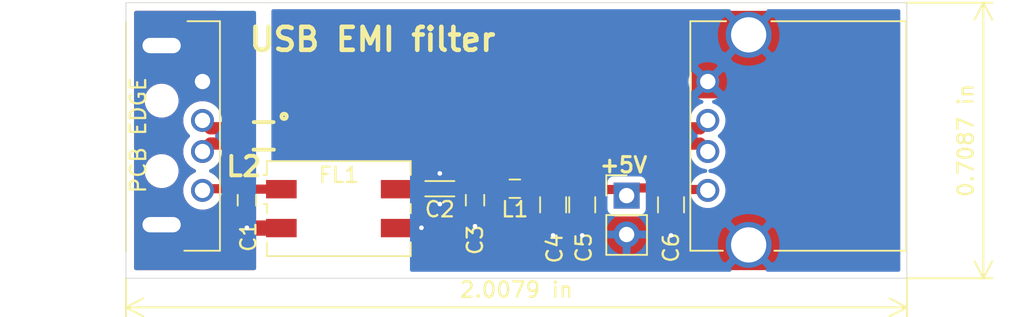
<source format=kicad_pcb>
(kicad_pcb (version 20171130) (host pcbnew "(5.1.0-11-g23086decc)")

  (general
    (thickness 1.6)
    (drawings 8)
    (tracks 49)
    (zones 0)
    (modules 12)
    (nets 10)
  )

  (page A4)
  (layers
    (0 F.Cu signal)
    (31 B.Cu signal)
    (32 B.Adhes user)
    (33 F.Adhes user)
    (34 B.Paste user)
    (35 F.Paste user)
    (36 B.SilkS user)
    (37 F.SilkS user)
    (38 B.Mask user)
    (39 F.Mask user)
    (40 Dwgs.User user)
    (41 Cmts.User user)
    (42 Eco1.User user)
    (43 Eco2.User user)
    (44 Edge.Cuts user)
    (45 Margin user)
    (46 B.CrtYd user)
    (47 F.CrtYd user)
    (48 B.Fab user)
    (49 F.Fab user hide)
  )

  (setup
    (last_trace_width 0.3)
    (user_trace_width 0.4)
    (user_trace_width 0.6)
    (user_trace_width 1)
    (trace_clearance 0.2)
    (zone_clearance 0.4)
    (zone_45_only no)
    (trace_min 0.2)
    (via_size 0.6)
    (via_drill 0.3)
    (via_min_size 0.6)
    (via_min_drill 0.3)
    (uvia_size 0.3)
    (uvia_drill 0.1)
    (uvias_allowed no)
    (uvia_min_size 0.2)
    (uvia_min_drill 0.1)
    (edge_width 0.05)
    (segment_width 0.2)
    (pcb_text_width 0.3)
    (pcb_text_size 1.5 1.5)
    (mod_edge_width 0.12)
    (mod_text_size 1 1)
    (mod_text_width 0.15)
    (pad_size 1.524 1.524)
    (pad_drill 0.762)
    (pad_to_mask_clearance 0.051)
    (solder_mask_min_width 0.25)
    (aux_axis_origin 0 0)
    (visible_elements 7FFFEFFF)
    (pcbplotparams
      (layerselection 0x010fc_ffffffff)
      (usegerberextensions false)
      (usegerberattributes false)
      (usegerberadvancedattributes false)
      (creategerberjobfile false)
      (excludeedgelayer true)
      (linewidth 0.100000)
      (plotframeref false)
      (viasonmask false)
      (mode 1)
      (useauxorigin false)
      (hpglpennumber 1)
      (hpglpenspeed 20)
      (hpglpendiameter 15.000000)
      (psnegative false)
      (psa4output false)
      (plotreference true)
      (plotvalue true)
      (plotinvisibletext false)
      (padsonsilk false)
      (subtractmaskfromsilk false)
      (outputformat 1)
      (mirror false)
      (drillshape 1)
      (scaleselection 1)
      (outputdirectory ""))
  )

  (net 0 "")
  (net 1 GND)
  (net 2 "Net-(C1-Pad1)")
  (net 3 "Net-(C2-Pad3)")
  (net 4 "Net-(C2-Pad1)")
  (net 5 /Vout)
  (net 6 /D+)
  (net 7 /D-)
  (net 8 /Do+)
  (net 9 /Do-)

  (net_class Default "This is the default net class."
    (clearance 0.2)
    (trace_width 0.3)
    (via_dia 0.6)
    (via_drill 0.3)
    (uvia_dia 0.3)
    (uvia_drill 0.1)
    (diff_pair_width 0.8)
    (diff_pair_gap 0.2)
    (add_net /D+)
    (add_net /D-)
    (add_net /Do+)
    (add_net /Do-)
    (add_net /Vout)
    (add_net GND)
    (add_net "Net-(C1-Pad1)")
    (add_net "Net-(C2-Pad1)")
    (add_net "Net-(C2-Pad3)")
  )

  (module Pin_Headers:Pin_Header_Straight_1x02_Pitch2.54mm (layer F.Cu) (tedit 59650532) (tstamp 5CAA57EA)
    (at 158.7 121.1)
    (descr "Through hole straight pin header, 1x02, 2.54mm pitch, single row")
    (tags "Through hole pin header THT 1x02 2.54mm single row")
    (path /5CADCFC8)
    (fp_text reference J3 (at 0 -2.33) (layer F.SilkS) hide
      (effects (font (size 1 1) (thickness 0.15)))
    )
    (fp_text value CONN_01X02 (at 0 4.87) (layer F.Fab)
      (effects (font (size 1 1) (thickness 0.15)))
    )
    (fp_line (start -0.635 -1.27) (end 1.27 -1.27) (layer F.Fab) (width 0.1))
    (fp_line (start 1.27 -1.27) (end 1.27 3.81) (layer F.Fab) (width 0.1))
    (fp_line (start 1.27 3.81) (end -1.27 3.81) (layer F.Fab) (width 0.1))
    (fp_line (start -1.27 3.81) (end -1.27 -0.635) (layer F.Fab) (width 0.1))
    (fp_line (start -1.27 -0.635) (end -0.635 -1.27) (layer F.Fab) (width 0.1))
    (fp_line (start -1.33 3.87) (end 1.33 3.87) (layer F.SilkS) (width 0.12))
    (fp_line (start -1.33 1.27) (end -1.33 3.87) (layer F.SilkS) (width 0.12))
    (fp_line (start 1.33 1.27) (end 1.33 3.87) (layer F.SilkS) (width 0.12))
    (fp_line (start -1.33 1.27) (end 1.33 1.27) (layer F.SilkS) (width 0.12))
    (fp_line (start -1.33 0) (end -1.33 -1.33) (layer F.SilkS) (width 0.12))
    (fp_line (start -1.33 -1.33) (end 0 -1.33) (layer F.SilkS) (width 0.12))
    (fp_line (start -1.8 -1.8) (end -1.8 4.35) (layer F.CrtYd) (width 0.05))
    (fp_line (start -1.8 4.35) (end 1.8 4.35) (layer F.CrtYd) (width 0.05))
    (fp_line (start 1.8 4.35) (end 1.8 -1.8) (layer F.CrtYd) (width 0.05))
    (fp_line (start 1.8 -1.8) (end -1.8 -1.8) (layer F.CrtYd) (width 0.05))
    (fp_text user %R (at 0 1.27 90) (layer F.Fab)
      (effects (font (size 1 1) (thickness 0.15)))
    )
    (pad 1 thru_hole rect (at 0 0) (size 1.7 1.7) (drill 1) (layers *.Cu *.Mask)
      (net 5 /Vout))
    (pad 2 thru_hole oval (at 0 2.54) (size 1.7 1.7) (drill 1) (layers *.Cu *.Mask)
      (net 1 GND))
    (model ${KISYS3DMOD}/Pin_Headers.3dshapes/Pin_Header_Straight_1x02_Pitch2.54mm.wrl
      (at (xyz 0 0 0))
      (scale (xyz 1 1 1))
      (rotate (xyz 0 0 0))
    )
  )

  (module Capacitors_SMD:C_0805 (layer F.Cu) (tedit 58AA8463) (tstamp 5CAA4F3B)
    (at 161.6 121.7 270)
    (descr "Capacitor SMD 0805, reflow soldering, AVX (see smccp.pdf)")
    (tags "capacitor 0805")
    (path /5CAD7D6D)
    (attr smd)
    (fp_text reference C6 (at 2.8 0 270) (layer F.SilkS)
      (effects (font (size 1 1) (thickness 0.15)))
    )
    (fp_text value dbp (at 0 1.75 270) (layer F.Fab)
      (effects (font (size 1 1) (thickness 0.15)))
    )
    (fp_text user %R (at 0 -1.5 270) (layer F.Fab)
      (effects (font (size 1 1) (thickness 0.15)))
    )
    (fp_line (start -1 0.62) (end -1 -0.62) (layer F.Fab) (width 0.1))
    (fp_line (start 1 0.62) (end -1 0.62) (layer F.Fab) (width 0.1))
    (fp_line (start 1 -0.62) (end 1 0.62) (layer F.Fab) (width 0.1))
    (fp_line (start -1 -0.62) (end 1 -0.62) (layer F.Fab) (width 0.1))
    (fp_line (start 0.5 -0.85) (end -0.5 -0.85) (layer F.SilkS) (width 0.12))
    (fp_line (start -0.5 0.85) (end 0.5 0.85) (layer F.SilkS) (width 0.12))
    (fp_line (start -1.75 -0.88) (end 1.75 -0.88) (layer F.CrtYd) (width 0.05))
    (fp_line (start -1.75 -0.88) (end -1.75 0.87) (layer F.CrtYd) (width 0.05))
    (fp_line (start 1.75 0.87) (end 1.75 -0.88) (layer F.CrtYd) (width 0.05))
    (fp_line (start 1.75 0.87) (end -1.75 0.87) (layer F.CrtYd) (width 0.05))
    (pad 1 smd rect (at -1 0 270) (size 1 1.25) (layers F.Cu F.Paste F.Mask)
      (net 5 /Vout))
    (pad 2 smd rect (at 1 0 270) (size 1 1.25) (layers F.Cu F.Paste F.Mask)
      (net 1 GND))
    (model Capacitors_SMD.3dshapes/C_0805.wrl
      (at (xyz 0 0 0))
      (scale (xyz 1 1 1))
      (rotate (xyz 0 0 0))
    )
  )

  (module Capacitors_SMD:C_0805 (layer F.Cu) (tedit 58AA8463) (tstamp 5CAA4F38)
    (at 155.8 121.7 270)
    (descr "Capacitor SMD 0805, reflow soldering, AVX (see smccp.pdf)")
    (tags "capacitor 0805")
    (path /5CAD770C)
    (attr smd)
    (fp_text reference C5 (at 2.8 -0.1 270) (layer F.SilkS)
      (effects (font (size 1 1) (thickness 0.15)))
    )
    (fp_text value dnp (at 0 1.75 270) (layer F.Fab)
      (effects (font (size 1 1) (thickness 0.15)))
    )
    (fp_text user %R (at 0 -1.5 270) (layer F.Fab)
      (effects (font (size 1 1) (thickness 0.15)))
    )
    (fp_line (start -1 0.62) (end -1 -0.62) (layer F.Fab) (width 0.1))
    (fp_line (start 1 0.62) (end -1 0.62) (layer F.Fab) (width 0.1))
    (fp_line (start 1 -0.62) (end 1 0.62) (layer F.Fab) (width 0.1))
    (fp_line (start -1 -0.62) (end 1 -0.62) (layer F.Fab) (width 0.1))
    (fp_line (start 0.5 -0.85) (end -0.5 -0.85) (layer F.SilkS) (width 0.12))
    (fp_line (start -0.5 0.85) (end 0.5 0.85) (layer F.SilkS) (width 0.12))
    (fp_line (start -1.75 -0.88) (end 1.75 -0.88) (layer F.CrtYd) (width 0.05))
    (fp_line (start -1.75 -0.88) (end -1.75 0.87) (layer F.CrtYd) (width 0.05))
    (fp_line (start 1.75 0.87) (end 1.75 -0.88) (layer F.CrtYd) (width 0.05))
    (fp_line (start 1.75 0.87) (end -1.75 0.87) (layer F.CrtYd) (width 0.05))
    (pad 1 smd rect (at -1 0 270) (size 1 1.25) (layers F.Cu F.Paste F.Mask)
      (net 5 /Vout))
    (pad 2 smd rect (at 1 0 270) (size 1 1.25) (layers F.Cu F.Paste F.Mask)
      (net 1 GND))
    (model Capacitors_SMD.3dshapes/C_0805.wrl
      (at (xyz 0 0 0))
      (scale (xyz 1 1 1))
      (rotate (xyz 0 0 0))
    )
  )

  (module SamacSys_Parts:744232090 (layer F.Cu) (tedit 0) (tstamp 5CAA3974)
    (at 135 117.2 180)
    (descr WE-CNSW-SMD)
    (tags Inductor)
    (path /5CAC928F)
    (attr smd)
    (fp_text reference L2 (at 1.3 -2 180) (layer F.SilkS)
      (effects (font (size 1.27 1.27) (thickness 0.254)))
    )
    (fp_text value 744232090 (at 5.62633 0.95567 180) (layer F.SilkS) hide
      (effects (font (size 1.27 1.27) (thickness 0.254)))
    )
    (fp_circle (center -1.331 1.276) (end -1.331 1.31843) (layer F.SilkS) (width 0.254))
    (fp_line (start -0.63833 0.9) (end 0.65133 0.9) (layer F.SilkS) (width 0.254))
    (fp_line (start -0.66233 -0.9) (end 0.663 -0.9) (layer F.SilkS) (width 0.254))
    (fp_line (start -1.898 0.9) (end -1.898 -0.9) (layer Dwgs.User) (width 0.254))
    (fp_line (start 1.6 0.9) (end -1.898 0.9) (layer Dwgs.User) (width 0.254))
    (fp_line (start 1.6 -0.9) (end 1.6 0.9) (layer Dwgs.User) (width 0.254))
    (fp_line (start -1.898 -0.9) (end 1.6 -0.9) (layer Dwgs.User) (width 0.254))
    (pad 4 smd rect (at -1.35 -0.5 270) (size 0.6 1.1) (layers F.Cu F.Paste)
      (net 9 /Do-))
    (pad 3 smd rect (at 1.35 -0.5 270) (size 0.6 1.1) (layers F.Cu F.Paste)
      (net 7 /D-))
    (pad 2 smd rect (at 1.35 0.5 270) (size 0.6 1.1) (layers F.Cu F.Paste)
      (net 6 /D+))
    (pad 1 smd rect (at -1.35 0.5 270) (size 0.6 1.1) (layers F.Cu F.Paste)
      (net 8 /Do+))
  )

  (module Connectors:USB_A (layer F.Cu) (tedit 5543E289) (tstamp 5CAA5868)
    (at 164 120.76 90)
    (descr "USB A connector")
    (tags "USB USB_A")
    (path /5CABDE7A)
    (fp_text reference J2 (at -2.34 0 90) (layer F.SilkS) hide
      (effects (font (size 1 1) (thickness 0.15)))
    )
    (fp_text value USB_A (at 3.84 7.44 90) (layer F.Fab)
      (effects (font (size 1 1) (thickness 0.15)))
    )
    (fp_line (start -3.94 4.35) (end -3.94 12.95) (layer F.SilkS) (width 0.12))
    (fp_line (start 11.05 4.15) (end 11.05 12.95) (layer F.SilkS) (width 0.12))
    (fp_line (start 11.05 12.95) (end -3.94 12.95) (layer F.SilkS) (width 0.12))
    (fp_line (start 11.05 -1.14) (end -3.94 -1.14) (layer F.SilkS) (width 0.12))
    (fp_line (start -3.94 -1.14) (end -3.94 0.98) (layer F.SilkS) (width 0.12))
    (fp_line (start 11.05 -1.14) (end 11.05 1.19) (layer F.SilkS) (width 0.12))
    (fp_line (start -5.3 -1.4) (end 11.95 -1.4) (layer F.CrtYd) (width 0.05))
    (fp_line (start -5.3 13.2) (end 11.95 13.2) (layer F.CrtYd) (width 0.05))
    (fp_line (start 11.95 -1.4) (end 11.95 13.2) (layer F.CrtYd) (width 0.05))
    (fp_line (start -5.3 13.2) (end -5.3 -1.4) (layer F.CrtYd) (width 0.05))
    (pad 5 thru_hole circle (at -3.56 2.67) (size 3 3) (drill 2.3) (layers *.Cu *.Mask)
      (net 1 GND))
    (pad 5 thru_hole circle (at 10.16 2.67) (size 3 3) (drill 2.3) (layers *.Cu *.Mask)
      (net 1 GND))
    (pad 1 thru_hole circle (at 0 0) (size 1.5 1.5) (drill 1) (layers *.Cu *.Mask)
      (net 5 /Vout))
    (pad 2 thru_hole circle (at 2.54 0) (size 1.5 1.5) (drill 1) (layers *.Cu *.Mask)
      (net 9 /Do-))
    (pad 3 thru_hole circle (at 4.57 0) (size 1.5 1.5) (drill 1) (layers *.Cu *.Mask)
      (net 8 /Do+))
    (pad 4 thru_hole circle (at 7.11 0) (size 1.5 1.5) (drill 1) (layers *.Cu *.Mask)
      (net 1 GND))
    (model ${KISYS3DMOD}/Connectors.3dshapes/USB_A.wrl
      (offset (xyz 3.555999946594238 0 0))
      (scale (xyz 1 1 1))
      (rotate (xyz 0 0 90))
    )
  )

  (module KiCAD-Library:USB_A-Male (layer F.Cu) (tedit 5CAA22ED) (tstamp 5CAA479B)
    (at 131 113.65 270)
    (descr "USB A connector")
    (tags "USB USB_A")
    (path /5CABA6CB)
    (fp_text reference J1 (at 0 -2.35 270) (layer F.SilkS) hide
      (effects (font (size 1 1) (thickness 0.15)))
    )
    (fp_text value USB_A (at 3.4 1.5 270) (layer F.Fab)
      (effects (font (size 1 1) (thickness 0.15)))
    )
    (fp_text user "PCB EDGE" (at 3.5 4.2 270) (layer F.SilkS)
      (effects (font (size 1 1) (thickness 0.15)))
    )
    (fp_line (start -5.3 13.2) (end -5.3 -1.4) (layer F.CrtYd) (width 0.05))
    (fp_line (start 11.95 -1.4) (end 11.95 13.2) (layer F.CrtYd) (width 0.05))
    (fp_line (start -5.3 13.2) (end 11.95 13.2) (layer F.CrtYd) (width 0.05))
    (fp_line (start -5.3 -1.4) (end 11.95 -1.4) (layer F.CrtYd) (width 0.05))
    (fp_line (start 11.05 -1.14) (end 11.05 1.19) (layer F.SilkS) (width 0.12))
    (fp_line (start -3.94 -1.14) (end -3.94 0.98) (layer F.SilkS) (width 0.12))
    (fp_line (start 11.05 -1.14) (end -3.94 -1.14) (layer F.SilkS) (width 0.12))
    (fp_line (start 11.09 5) (end -3.9 5) (layer F.SilkS) (width 0.12))
    (pad "" np_thru_hole circle (at 5.85 2.67 180) (size 1.2 1.2) (drill 1.2) (layers *.Cu *.Mask))
    (pad "" np_thru_hole circle (at 1.25 2.67 180) (size 1.2 1.2) (drill 1.2) (layers *.Cu *.Mask))
    (pad 1 thru_hole circle (at 7.11 0 180) (size 1.5 1.5) (drill 1) (layers *.Cu *.Mask)
      (net 2 "Net-(C1-Pad1)"))
    (pad 2 thru_hole circle (at 4.57 0 180) (size 1.5 1.5) (drill 1) (layers *.Cu *.Mask)
      (net 7 /D-))
    (pad 3 thru_hole circle (at 2.54 0 180) (size 1.5 1.5) (drill 1) (layers *.Cu *.Mask)
      (net 6 /D+))
    (pad 4 thru_hole circle (at 0 0 180) (size 1.5 1.5) (drill 1) (layers *.Cu *.Mask)
      (net 1 GND))
    (pad 5 thru_hole rect (at 9.35 2.67 180) (size 3 2) (drill oval 2.5 1) (layers *.Cu *.Mask)
      (net 1 GND))
    (pad 5 thru_hole rect (at -2.35 2.67 180) (size 3 2) (drill oval 2.5 1) (layers *.Cu *.Mask)
      (net 1 GND))
    (model ${KISYS3DMOD}/Connectors.3dshapes/USB_A.wrl
      (offset (xyz 3.555999946594238 0 0))
      (scale (xyz 1 1 1))
      (rotate (xyz 0 0 90))
    )
  )

  (module Capacitors_SMD:C_0603 (layer F.Cu) (tedit 59958EE7) (tstamp 5CAA187B)
    (at 151.4 120.65)
    (descr "Capacitor SMD 0603, reflow soldering, AVX (see smccp.pdf)")
    (tags "capacitor 0603")
    (path /5CA9D99F)
    (attr smd)
    (fp_text reference L1 (at 0 1.35) (layer F.SilkS)
      (effects (font (size 1 1) (thickness 0.15)))
    )
    (fp_text value 742792641 (at 0 1.5) (layer F.Fab)
      (effects (font (size 1 1) (thickness 0.15)))
    )
    (fp_line (start 1.4 0.65) (end -1.4 0.65) (layer F.CrtYd) (width 0.05))
    (fp_line (start 1.4 0.65) (end 1.4 -0.65) (layer F.CrtYd) (width 0.05))
    (fp_line (start -1.4 -0.65) (end -1.4 0.65) (layer F.CrtYd) (width 0.05))
    (fp_line (start -1.4 -0.65) (end 1.4 -0.65) (layer F.CrtYd) (width 0.05))
    (fp_line (start 0.35 0.6) (end -0.35 0.6) (layer F.SilkS) (width 0.12))
    (fp_line (start -0.35 -0.6) (end 0.35 -0.6) (layer F.SilkS) (width 0.12))
    (fp_line (start -0.8 -0.4) (end 0.8 -0.4) (layer F.Fab) (width 0.1))
    (fp_line (start 0.8 -0.4) (end 0.8 0.4) (layer F.Fab) (width 0.1))
    (fp_line (start 0.8 0.4) (end -0.8 0.4) (layer F.Fab) (width 0.1))
    (fp_line (start -0.8 0.4) (end -0.8 -0.4) (layer F.Fab) (width 0.1))
    (fp_text user %R (at 0 0) (layer F.Fab)
      (effects (font (size 0.3 0.3) (thickness 0.075)))
    )
    (pad 2 smd rect (at 0.75 0) (size 0.8 0.75) (layers F.Cu F.Paste F.Mask)
      (net 5 /Vout))
    (pad 1 smd rect (at -0.75 0) (size 0.8 0.75) (layers F.Cu F.Paste F.Mask)
      (net 3 "Net-(C2-Pad3)"))
    (model Capacitors_SMD.3dshapes/C_0603.wrl
      (at (xyz 0 0 0))
      (scale (xyz 1 1 1))
      (rotate (xyz 0 0 0))
    )
  )

  (module Inductors_SMD:L_CommonMode_Wuerth_WE-SL2 (layer F.Cu) (tedit 59912C1F) (tstamp 5CAA1878)
    (at 139.9 121.95)
    (descr http://katalog.we-online.de/en/pbs/WE-SL2?sid=5fbec16187#vs_t1:c1_ct:1)
    (tags "Wuerth WE-SL2")
    (path /5CA9F983)
    (attr smd)
    (fp_text reference FL1 (at 0 -2.2) (layer F.SilkS)
      (effects (font (size 1 1) (thickness 0.15)))
    )
    (fp_text value 744221 (at 0.4 4.2) (layer F.Fab)
      (effects (font (size 1 1) (thickness 0.15)))
    )
    (fp_text user %R (at -0.02 0) (layer F.Fab)
      (effects (font (size 1 1) (thickness 0.15)))
    )
    (fp_line (start 4.7 -0.3) (end 4.7 0.3) (layer F.SilkS) (width 0.12))
    (fp_line (start -4.9 -0.3) (end -4.7 -0.3) (layer F.SilkS) (width 0.12))
    (fp_line (start -4.7 -0.3) (end -4.7 0.3) (layer F.SilkS) (width 0.12))
    (fp_line (start -4.7 -2.2) (end -4.9 -2.2) (layer F.SilkS) (width 0.12))
    (fp_line (start -4.9 -2.2) (end -4.8 -2.2) (layer F.SilkS) (width 0.12))
    (fp_line (start -4.6 -2.2) (end -3.8 -3) (layer F.Fab) (width 0.1))
    (fp_line (start -4.6 -2) (end -4.6 -2.9) (layer F.Fab) (width 0.1))
    (fp_line (start -4.6 -2.9) (end -4.5 -3) (layer F.Fab) (width 0.1))
    (fp_line (start -4.5 -3) (end -3.6 -3) (layer F.Fab) (width 0.1))
    (fp_line (start -4.6 -2) (end -4.6 3) (layer F.Fab) (width 0.1))
    (fp_line (start -3.6 -3) (end 4.6 -3) (layer F.Fab) (width 0.1))
    (fp_line (start -4.7 -3.1) (end 4.7 -3.1) (layer F.SilkS) (width 0.12))
    (fp_line (start -4.7 -3.1) (end -4.7 -2.2) (layer F.SilkS) (width 0.12))
    (fp_line (start 4.6 -3) (end 4.6 3) (layer F.Fab) (width 0.1))
    (fp_line (start 4.7 -3.1) (end 4.7 -2.2) (layer F.SilkS) (width 0.12))
    (fp_line (start -4.7 3.1) (end -4.7 2.2) (layer F.SilkS) (width 0.12))
    (fp_line (start 4.7 3.1) (end 4.7 2.2) (layer F.SilkS) (width 0.12))
    (fp_line (start 4.7 3.1) (end -4.7 3.1) (layer F.SilkS) (width 0.12))
    (fp_line (start 5 -3.25) (end 5 3.25) (layer F.CrtYd) (width 0.05))
    (fp_line (start 5 3.25) (end -5 3.25) (layer F.CrtYd) (width 0.05))
    (fp_line (start -5 3.25) (end -5 -3.25) (layer F.CrtYd) (width 0.05))
    (fp_line (start -5 -3.25) (end 5 -3.25) (layer F.CrtYd) (width 0.05))
    (fp_line (start 4.6 3) (end -4.6 3) (layer F.Fab) (width 0.1))
    (fp_circle (center 0 0) (end 0.5 0) (layer F.Adhes) (width 1))
    (pad 1 smd rect (at -3.75 -1.27) (size 2 1.2) (layers F.Cu F.Paste F.Mask)
      (net 2 "Net-(C1-Pad1)"))
    (pad 2 smd rect (at -3.75 1.27) (size 2 1.2) (layers F.Cu F.Paste F.Mask)
      (net 1 GND))
    (pad 3 smd rect (at 3.75 1.27) (size 2 1.2) (layers F.Cu F.Paste F.Mask)
      (net 1 GND))
    (pad 4 smd rect (at 3.75 -1.27) (size 2 1.2) (layers F.Cu F.Paste F.Mask)
      (net 4 "Net-(C2-Pad1)"))
    (model ${KISYS3DMOD}/Inductors_SMD.3dshapes/L_CommonMode_Wuerth_WE-SL2.wrl
      (at (xyz 0 0 0))
      (scale (xyz 1 1 1))
      (rotate (xyz 0 0 0))
    )
  )

  (module Capacitors_SMD:C_0805 (layer F.Cu) (tedit 58AA8463) (tstamp 5CAA1875)
    (at 153.9 121.7 270)
    (descr "Capacitor SMD 0805, reflow soldering, AVX (see smccp.pdf)")
    (tags "capacitor 0805")
    (path /5CAA3B9A)
    (attr smd)
    (fp_text reference C4 (at 2.85 -0.1 270) (layer F.SilkS)
      (effects (font (size 1 1) (thickness 0.15)))
    )
    (fp_text value 10u (at 0 1.75 270) (layer F.Fab)
      (effects (font (size 1 1) (thickness 0.15)))
    )
    (fp_text user %R (at 0 -1.5 270) (layer F.Fab)
      (effects (font (size 1 1) (thickness 0.15)))
    )
    (fp_line (start -1 0.62) (end -1 -0.62) (layer F.Fab) (width 0.1))
    (fp_line (start 1 0.62) (end -1 0.62) (layer F.Fab) (width 0.1))
    (fp_line (start 1 -0.62) (end 1 0.62) (layer F.Fab) (width 0.1))
    (fp_line (start -1 -0.62) (end 1 -0.62) (layer F.Fab) (width 0.1))
    (fp_line (start 0.5 -0.85) (end -0.5 -0.85) (layer F.SilkS) (width 0.12))
    (fp_line (start -0.5 0.85) (end 0.5 0.85) (layer F.SilkS) (width 0.12))
    (fp_line (start -1.75 -0.88) (end 1.75 -0.88) (layer F.CrtYd) (width 0.05))
    (fp_line (start -1.75 -0.88) (end -1.75 0.87) (layer F.CrtYd) (width 0.05))
    (fp_line (start 1.75 0.87) (end 1.75 -0.88) (layer F.CrtYd) (width 0.05))
    (fp_line (start 1.75 0.87) (end -1.75 0.87) (layer F.CrtYd) (width 0.05))
    (pad 1 smd rect (at -1 0 270) (size 1 1.25) (layers F.Cu F.Paste F.Mask)
      (net 5 /Vout))
    (pad 2 smd rect (at 1 0 270) (size 1 1.25) (layers F.Cu F.Paste F.Mask)
      (net 1 GND))
    (model Capacitors_SMD.3dshapes/C_0805.wrl
      (at (xyz 0 0 0))
      (scale (xyz 1 1 1))
      (rotate (xyz 0 0 0))
    )
  )

  (module Capacitors_SMD:C_0603 (layer F.Cu) (tedit 59958EE7) (tstamp 5CAA1872)
    (at 148.8 121.4 270)
    (descr "Capacitor SMD 0603, reflow soldering, AVX (see smccp.pdf)")
    (tags "capacitor 0603")
    (path /5CAA1CDC)
    (attr smd)
    (fp_text reference C3 (at 2.6 0 270) (layer F.SilkS)
      (effects (font (size 1 1) (thickness 0.15)))
    )
    (fp_text value 1u (at 0 1.5 270) (layer F.Fab)
      (effects (font (size 1 1) (thickness 0.15)))
    )
    (fp_line (start 1.4 0.65) (end -1.4 0.65) (layer F.CrtYd) (width 0.05))
    (fp_line (start 1.4 0.65) (end 1.4 -0.65) (layer F.CrtYd) (width 0.05))
    (fp_line (start -1.4 -0.65) (end -1.4 0.65) (layer F.CrtYd) (width 0.05))
    (fp_line (start -1.4 -0.65) (end 1.4 -0.65) (layer F.CrtYd) (width 0.05))
    (fp_line (start 0.35 0.6) (end -0.35 0.6) (layer F.SilkS) (width 0.12))
    (fp_line (start -0.35 -0.6) (end 0.35 -0.6) (layer F.SilkS) (width 0.12))
    (fp_line (start -0.8 -0.4) (end 0.8 -0.4) (layer F.Fab) (width 0.1))
    (fp_line (start 0.8 -0.4) (end 0.8 0.4) (layer F.Fab) (width 0.1))
    (fp_line (start 0.8 0.4) (end -0.8 0.4) (layer F.Fab) (width 0.1))
    (fp_line (start -0.8 0.4) (end -0.8 -0.4) (layer F.Fab) (width 0.1))
    (fp_text user %R (at 0 0 270) (layer F.Fab)
      (effects (font (size 0.3 0.3) (thickness 0.075)))
    )
    (pad 2 smd rect (at 0.75 0 270) (size 0.8 0.75) (layers F.Cu F.Paste F.Mask)
      (net 1 GND))
    (pad 1 smd rect (at -0.75 0 270) (size 0.8 0.75) (layers F.Cu F.Paste F.Mask)
      (net 3 "Net-(C2-Pad3)"))
    (model Capacitors_SMD.3dshapes/C_0603.wrl
      (at (xyz 0 0 0))
      (scale (xyz 1 1 1))
      (rotate (xyz 0 0 0))
    )
  )

  (module KiCAD-Library:C_0603-3Terminal (layer F.Cu) (tedit 5CAA139A) (tstamp 5CAA186F)
    (at 146.5 120.65)
    (descr "Capacitor SMD 0603, reflow soldering, AVX (see smccp.pdf)")
    (tags "capacitor 0603")
    (path /5CAA5ACD)
    (attr smd)
    (fp_text reference C2 (at 0 1.35) (layer F.SilkS)
      (effects (font (size 1 1) (thickness 0.15)))
    )
    (fp_text value NFM18PS105R0J3D (at 0 1.5) (layer F.Fab)
      (effects (font (size 1 1) (thickness 0.15)))
    )
    (fp_line (start 1.4 0.65) (end -1.4 0.65) (layer F.CrtYd) (width 0.05))
    (fp_line (start 1.4 0.65) (end 1.4 -0.65) (layer F.CrtYd) (width 0.05))
    (fp_line (start -1.4 -0.65) (end -1.4 0.65) (layer F.CrtYd) (width 0.05))
    (fp_line (start -1.4 -0.65) (end 1.4 -0.65) (layer F.CrtYd) (width 0.05))
    (fp_line (start 0.95 0.5) (end -0.95 0.5) (layer F.SilkS) (width 0.12))
    (fp_line (start -0.95 -0.5) (end 0.95 -0.5) (layer F.SilkS) (width 0.12))
    (fp_line (start -0.8 -0.4) (end 0.8 -0.4) (layer F.Fab) (width 0.1))
    (fp_line (start 0.8 -0.4) (end 0.8 0.4) (layer F.Fab) (width 0.1))
    (fp_line (start 0.8 0.4) (end -0.8 0.4) (layer F.Fab) (width 0.1))
    (fp_line (start -0.8 0.4) (end -0.8 -0.4) (layer F.Fab) (width 0.1))
    (fp_text user %R (at 0 0) (layer F.Fab)
      (effects (font (size 0.3 0.3) (thickness 0.075)))
    )
    (pad 2 smd roundrect (at 0 0.4) (size 0.8 0.4) (layers F.Cu F.Paste F.Mask) (roundrect_rratio 0)
      (chamfer_ratio 0.25) (chamfer top_left top_right)
      (net 1 GND))
    (pad 2 smd roundrect (at 0 -0.4 180) (size 0.8 0.4) (layers F.Cu F.Paste F.Mask) (roundrect_rratio 0)
      (chamfer_ratio 0.25) (chamfer top_left top_right)
      (net 1 GND))
    (pad 3 smd roundrect (at 0.8 0) (size 0.4 0.4) (layers F.Cu F.Paste F.Mask) (roundrect_rratio 0)
      (chamfer_ratio 0.125) (chamfer top_left bottom_left)
      (net 3 "Net-(C2-Pad3)"))
    (pad 1 smd roundrect (at -0.8 0) (size 0.4 0.4) (layers F.Cu F.Paste F.Mask) (roundrect_rratio 0)
      (chamfer_ratio 0.125) (chamfer top_right bottom_right)
      (net 4 "Net-(C2-Pad1)"))
    (model Capacitors_SMD.3dshapes/C_0603.wrl
      (at (xyz 0 0 0))
      (scale (xyz 1 1 1))
      (rotate (xyz 0 0 0))
    )
  )

  (module Capacitors_SMD:C_0603 (layer F.Cu) (tedit 59958EE7) (tstamp 5CAA483C)
    (at 133.9 121.4 270)
    (descr "Capacitor SMD 0603, reflow soldering, AVX (see smccp.pdf)")
    (tags "capacitor 0603")
    (path /5CA9D511)
    (attr smd)
    (fp_text reference C1 (at 2.4 -0.1 270) (layer F.SilkS)
      (effects (font (size 1 1) (thickness 0.15)))
    )
    (fp_text value 100n (at 0 1.5 270) (layer F.Fab)
      (effects (font (size 1 1) (thickness 0.15)))
    )
    (fp_line (start 1.4 0.65) (end -1.4 0.65) (layer F.CrtYd) (width 0.05))
    (fp_line (start 1.4 0.65) (end 1.4 -0.65) (layer F.CrtYd) (width 0.05))
    (fp_line (start -1.4 -0.65) (end -1.4 0.65) (layer F.CrtYd) (width 0.05))
    (fp_line (start -1.4 -0.65) (end 1.4 -0.65) (layer F.CrtYd) (width 0.05))
    (fp_line (start 0.35 0.6) (end -0.35 0.6) (layer F.SilkS) (width 0.12))
    (fp_line (start -0.35 -0.6) (end 0.35 -0.6) (layer F.SilkS) (width 0.12))
    (fp_line (start -0.8 -0.4) (end 0.8 -0.4) (layer F.Fab) (width 0.1))
    (fp_line (start 0.8 -0.4) (end 0.8 0.4) (layer F.Fab) (width 0.1))
    (fp_line (start 0.8 0.4) (end -0.8 0.4) (layer F.Fab) (width 0.1))
    (fp_line (start -0.8 0.4) (end -0.8 -0.4) (layer F.Fab) (width 0.1))
    (fp_text user %R (at 0 0 270) (layer F.Fab)
      (effects (font (size 0.3 0.3) (thickness 0.075)))
    )
    (pad 2 smd rect (at 0.75 0 270) (size 0.8 0.75) (layers F.Cu F.Paste F.Mask)
      (net 1 GND))
    (pad 1 smd rect (at -0.75 0 270) (size 0.8 0.75) (layers F.Cu F.Paste F.Mask)
      (net 2 "Net-(C1-Pad1)"))
    (model Capacitors_SMD.3dshapes/C_0603.wrl
      (at (xyz 0 0 0))
      (scale (xyz 1 1 1))
      (rotate (xyz 0 0 0))
    )
  )

  (dimension 51 (width 0.12) (layer F.SilkS)
    (gr_text "51.000 mm" (at 151.5 129.67) (layer F.SilkS)
      (effects (font (size 1 1) (thickness 0.15)))
    )
    (feature1 (pts (xy 126 126.5) (xy 126 128.986421)))
    (feature2 (pts (xy 177 126.5) (xy 177 128.986421)))
    (crossbar (pts (xy 177 128.4) (xy 126 128.4)))
    (arrow1a (pts (xy 126 128.4) (xy 127.126504 127.813579)))
    (arrow1b (pts (xy 126 128.4) (xy 127.126504 128.986421)))
    (arrow2a (pts (xy 177 128.4) (xy 175.873496 127.813579)))
    (arrow2b (pts (xy 177 128.4) (xy 175.873496 128.986421)))
  )
  (dimension 18 (width 0.12) (layer F.SilkS)
    (gr_text "18.000 mm" (at 183.27 117.5 270) (layer F.SilkS)
      (effects (font (size 1 1) (thickness 0.15)))
    )
    (feature1 (pts (xy 176.9 126.5) (xy 182.586421 126.5)))
    (feature2 (pts (xy 176.9 108.5) (xy 182.586421 108.5)))
    (crossbar (pts (xy 182 108.5) (xy 182 126.5)))
    (arrow1a (pts (xy 182 126.5) (xy 181.413579 125.373496)))
    (arrow1b (pts (xy 182 126.5) (xy 182.586421 125.373496)))
    (arrow2a (pts (xy 182 108.5) (xy 181.413579 109.626504)))
    (arrow2b (pts (xy 182 108.5) (xy 182.586421 109.626504)))
  )
  (gr_text +5V (at 158.5 119.1) (layer F.SilkS)
    (effects (font (size 1 1) (thickness 0.2)))
  )
  (gr_text "USB EMI filter" (at 142.1 110.9) (layer F.SilkS)
    (effects (font (size 1.5 1.5) (thickness 0.3)))
  )
  (gr_line (start 126 126.5) (end 126 108.5) (layer Edge.Cuts) (width 0.05) (tstamp 5CAA4A29))
  (gr_line (start 177 126.5) (end 126 126.5) (layer Edge.Cuts) (width 0.05))
  (gr_line (start 177 108.5) (end 177 126.5) (layer Edge.Cuts) (width 0.05))
  (gr_line (start 177 108.5) (end 126 108.5) (layer Edge.Cuts) (width 0.05))

  (via (at 146.5 119.65) (size 0.6) (drill 0.3) (layers F.Cu B.Cu) (net 1))
  (segment (start 146.5 120.25) (end 146.5 119.65) (width 0.4) (layer F.Cu) (net 1))
  (via (at 146.5 121.65) (size 0.6) (drill 0.3) (layers F.Cu B.Cu) (net 1))
  (segment (start 146.5 121.05) (end 146.5 121.65) (width 0.4) (layer F.Cu) (net 1))
  (segment (start 146.5 120.25) (end 146.5 121.05) (width 0.4) (layer F.Cu) (net 1))
  (segment (start 147 122.15) (end 146.5 121.65) (width 0.3) (layer F.Cu) (net 1))
  (segment (start 148.8 122.15) (end 147 122.15) (width 0.3) (layer F.Cu) (net 1))
  (via (at 145.3 123.2) (size 0.6) (drill 0.3) (layers F.Cu B.Cu) (net 1))
  (segment (start 143.65 123.22) (end 145.28 123.22) (width 0.3) (layer F.Cu) (net 1))
  (segment (start 145.28 123.22) (end 145.3 123.2) (width 0.3) (layer F.Cu) (net 1))
  (via (at 148.8 123.1) (size 0.6) (drill 0.3) (layers F.Cu B.Cu) (net 1))
  (segment (start 148.8 122.15) (end 148.8 123.1) (width 0.3) (layer F.Cu) (net 1))
  (via (at 153.9 123.7) (size 0.6) (drill 0.3) (layers F.Cu B.Cu) (net 1))
  (segment (start 153.9 122.7) (end 153.9 123.7) (width 0.4) (layer F.Cu) (net 1))
  (via (at 155.8 123.7) (size 0.6) (drill 0.3) (layers F.Cu B.Cu) (net 1))
  (segment (start 155.8 122.7) (end 155.8 123.7) (width 0.4) (layer F.Cu) (net 1))
  (via (at 161.6 123.7) (size 0.6) (drill 0.3) (layers F.Cu B.Cu) (net 1))
  (segment (start 161.6 122.7) (end 161.6 123.7) (width 0.3) (layer F.Cu) (net 1))
  (via (at 133.9 123.2) (size 0.6) (drill 0.3) (layers F.Cu B.Cu) (net 1))
  (segment (start 136.15 123.22) (end 133.92 123.22) (width 1) (layer F.Cu) (net 1))
  (segment (start 133.92 123.22) (end 133.9 123.2) (width 1) (layer F.Cu) (net 1))
  (segment (start 133.93 120.68) (end 133.9 120.65) (width 0.6) (layer F.Cu) (net 2))
  (segment (start 136.15 120.68) (end 133.93 120.68) (width 0.6) (layer F.Cu) (net 2))
  (segment (start 131.11 120.65) (end 131 120.76) (width 0.6) (layer F.Cu) (net 2))
  (segment (start 133.9 120.65) (end 131.11 120.65) (width 0.6) (layer F.Cu) (net 2))
  (segment (start 147.3 120.65) (end 148.8 120.65) (width 0.6) (layer F.Cu) (net 3))
  (segment (start 148.8 120.65) (end 150.65 120.65) (width 0.6) (layer F.Cu) (net 3))
  (segment (start 143.68 120.65) (end 143.65 120.68) (width 0.6) (layer F.Cu) (net 4))
  (segment (start 145.7 120.65) (end 143.68 120.65) (width 0.6) (layer F.Cu) (net 4))
  (segment (start 152.15 120.65) (end 153.9 120.65) (width 0.6) (layer F.Cu) (net 5))
  (segment (start 153.9 120.7) (end 155.8 120.7) (width 0.6) (layer F.Cu) (net 5))
  (segment (start 158.3 120.7) (end 158.7 121.1) (width 0.6) (layer F.Cu) (net 5))
  (segment (start 155.8 120.7) (end 158.3 120.7) (width 0.6) (layer F.Cu) (net 5))
  (segment (start 159.2 120.6) (end 158.7 121.1) (width 0.6) (layer F.Cu) (net 5))
  (segment (start 161.6 120.6) (end 159.2 120.6) (width 0.6) (layer F.Cu) (net 5))
  (segment (start 163.94 120.7) (end 164 120.76) (width 0.6) (layer F.Cu) (net 5))
  (segment (start 161.6 120.7) (end 163.94 120.7) (width 0.6) (layer F.Cu) (net 5))
  (segment (start 131.51 116.7) (end 131 116.19) (width 0.8) (layer F.Cu) (net 6))
  (segment (start 133.65 116.7) (end 131.51 116.7) (width 0.8) (layer F.Cu) (net 6))
  (segment (start 131.52 117.7) (end 131 118.22) (width 0.8) (layer F.Cu) (net 7))
  (segment (start 133.65 117.7) (end 131.52 117.7) (width 0.8) (layer F.Cu) (net 7))
  (segment (start 164 116.19) (end 163.485 116.705) (width 0.8) (layer F.Cu) (net 8))
  (segment (start 163.485 116.705) (end 159.812108 116.705) (width 0.8) (layer F.Cu) (net 8))
  (segment (start 136.35 116.7) (end 159.807108 116.7) (width 0.8) (layer F.Cu) (net 8))
  (segment (start 159.807108 116.7) (end 159.812108 116.705) (width 0.8) (layer F.Cu) (net 8))
  (segment (start 164 118.22) (end 163.485 117.705) (width 0.8) (layer F.Cu) (net 9))
  (segment (start 163.485 117.705) (end 159.397892 117.705) (width 0.8) (layer F.Cu) (net 9))
  (segment (start 159.392892 117.7) (end 159.397892 117.705) (width 0.8) (layer F.Cu) (net 9))
  (segment (start 136.35 117.7) (end 159.392892 117.7) (width 0.8) (layer F.Cu) (net 9))

  (zone (net 1) (net_name GND) (layer F.Cu) (tstamp 0) (hatch edge 0.508)
    (connect_pads yes (clearance 0.508))
    (min_thickness 0.254)
    (fill yes (arc_segments 32) (thermal_gap 0.508) (thermal_bridge_width 0.508))
    (polygon
      (pts
        (xy 177 126.5) (xy 144.6 126.425) (xy 144.6 121.675) (xy 162.95 121.75) (xy 162.95 108.5)
        (xy 177 108.5)
      )
    )
    (filled_polygon
      (pts
        (xy 176.340001 125.84) (xy 144.727 125.84) (xy 144.727 122.627951) (xy 145.850255 121.807111) (xy 153.26849 121.837431)
        (xy 153.275 121.838072) (xy 153.425367 121.838072) (xy 157.211928 121.853548) (xy 157.211928 121.95) (xy 157.224188 122.074482)
        (xy 157.260498 122.19418) (xy 157.319463 122.304494) (xy 157.398815 122.401185) (xy 157.495506 122.480537) (xy 157.60582 122.539502)
        (xy 157.725518 122.575812) (xy 157.85 122.588072) (xy 159.55 122.588072) (xy 159.674482 122.575812) (xy 159.79418 122.539502)
        (xy 159.904494 122.480537) (xy 160.001185 122.401185) (xy 160.080537 122.304494) (xy 160.139502 122.19418) (xy 160.175812 122.074482)
        (xy 160.188072 121.95) (xy 160.188072 121.865713) (xy 162.949481 121.876999) (xy 162.974267 121.87466) (xy 162.998121 121.86753)
        (xy 163.020125 121.855884) (xy 163.039435 121.840169) (xy 163.055307 121.820988) (xy 163.067133 121.79908) (xy 163.070254 121.788939)
        (xy 163.117114 121.835799) (xy 163.343957 121.987371) (xy 163.596011 122.091775) (xy 163.863589 122.145) (xy 164.136411 122.145)
        (xy 164.403989 122.091775) (xy 164.656043 121.987371) (xy 164.882886 121.835799) (xy 165.075799 121.642886) (xy 165.227371 121.416043)
        (xy 165.331775 121.163989) (xy 165.385 120.896411) (xy 165.385 120.623589) (xy 165.331775 120.356011) (xy 165.327 120.344483)
        (xy 165.327 118.635517) (xy 165.331775 118.623989) (xy 165.385 118.356411) (xy 165.385 118.083589) (xy 165.331775 117.816011)
        (xy 165.327 117.804483) (xy 165.327 116.605517) (xy 165.331775 116.593989) (xy 165.385 116.326411) (xy 165.385 116.053589)
        (xy 165.331775 115.786011) (xy 165.327 115.774483) (xy 165.327 114.75) (xy 165.32456 114.725224) (xy 165.317333 114.701399)
        (xy 165.305597 114.679443) (xy 165.289803 114.660197) (xy 165.270557 114.644403) (xy 165.248601 114.632667) (xy 165.224776 114.62544)
        (xy 165.2 114.623) (xy 163.077 114.623) (xy 163.077 109.16) (xy 176.34 109.16)
      )
    )
  )
  (zone (net 0) (net_name "") (layer F.Cu) (tstamp 5CAA5853) (hatch edge 0.508)
    (connect_pads yes (clearance 0.508))
    (min_thickness 0.254)
    (keepout (tracks allowed) (vias allowed) (copperpour not_allowed))
    (fill (arc_segments 32) (thermal_gap 0.508) (thermal_bridge_width 0.508))
    (polygon
      (pts
        (xy 163 114.75) (xy 165.2 114.75) (xy 165.2 120.85) (xy 163 120.85)
      )
    )
  )
  (zone (net 1) (net_name GND) (layer F.Cu) (tstamp 0) (hatch edge 0.508)
    (connect_pads yes (clearance 0.508))
    (min_thickness 0.254)
    (fill yes (arc_segments 32) (thermal_gap 0.508) (thermal_bridge_width 0.508))
    (polygon
      (pts
        (xy 134.5 126.475) (xy 134.5 121.725) (xy 132 121.725) (xy 132 108.475) (xy 126 108.5)
        (xy 126 126.5)
      )
    )
    (filled_polygon
      (pts
        (xy 131.873 115.107595) (xy 131.656043 114.962629) (xy 131.403989 114.858225) (xy 131.136411 114.805) (xy 130.863589 114.805)
        (xy 130.596011 114.858225) (xy 130.343957 114.962629) (xy 130.117114 115.114201) (xy 129.924201 115.307114) (xy 129.772629 115.533957)
        (xy 129.668225 115.786011) (xy 129.615 116.053589) (xy 129.615 116.326411) (xy 129.668225 116.593989) (xy 129.772629 116.846043)
        (xy 129.924201 117.072886) (xy 130.056315 117.205) (xy 129.924201 117.337114) (xy 129.772629 117.563957) (xy 129.668225 117.816011)
        (xy 129.615 118.083589) (xy 129.615 118.356411) (xy 129.668225 118.623989) (xy 129.772629 118.876043) (xy 129.924201 119.102886)
        (xy 130.117114 119.295799) (xy 130.343957 119.447371) (xy 130.446873 119.49) (xy 130.343957 119.532629) (xy 130.117114 119.684201)
        (xy 129.924201 119.877114) (xy 129.772629 120.103957) (xy 129.668225 120.356011) (xy 129.615 120.623589) (xy 129.615 120.896411)
        (xy 129.668225 121.163989) (xy 129.772629 121.416043) (xy 129.924201 121.642886) (xy 130.117114 121.835799) (xy 130.343957 121.987371)
        (xy 130.596011 122.091775) (xy 130.863589 122.145) (xy 131.136411 122.145) (xy 131.403989 122.091775) (xy 131.656043 121.987371)
        (xy 131.882886 121.835799) (xy 131.907351 121.811334) (xy 131.910197 121.814803) (xy 131.929443 121.830597) (xy 131.951399 121.842333)
        (xy 131.975224 121.84956) (xy 132 121.852) (xy 134.373 121.852) (xy 134.373 125.84) (xy 126.66 125.84)
        (xy 126.66 119.378363) (xy 127.095 119.378363) (xy 127.095 119.621637) (xy 127.14246 119.860236) (xy 127.235557 120.084992)
        (xy 127.370713 120.287267) (xy 127.542733 120.459287) (xy 127.745008 120.594443) (xy 127.969764 120.68754) (xy 128.208363 120.735)
        (xy 128.451637 120.735) (xy 128.690236 120.68754) (xy 128.914992 120.594443) (xy 129.117267 120.459287) (xy 129.289287 120.287267)
        (xy 129.424443 120.084992) (xy 129.51754 119.860236) (xy 129.565 119.621637) (xy 129.565 119.378363) (xy 129.51754 119.139764)
        (xy 129.424443 118.915008) (xy 129.289287 118.712733) (xy 129.117267 118.540713) (xy 128.914992 118.405557) (xy 128.690236 118.31246)
        (xy 128.451637 118.265) (xy 128.208363 118.265) (xy 127.969764 118.31246) (xy 127.745008 118.405557) (xy 127.542733 118.540713)
        (xy 127.370713 118.712733) (xy 127.235557 118.915008) (xy 127.14246 119.139764) (xy 127.095 119.378363) (xy 126.66 119.378363)
        (xy 126.66 114.778363) (xy 127.095 114.778363) (xy 127.095 115.021637) (xy 127.14246 115.260236) (xy 127.235557 115.484992)
        (xy 127.370713 115.687267) (xy 127.542733 115.859287) (xy 127.745008 115.994443) (xy 127.969764 116.08754) (xy 128.208363 116.135)
        (xy 128.451637 116.135) (xy 128.690236 116.08754) (xy 128.914992 115.994443) (xy 129.117267 115.859287) (xy 129.289287 115.687267)
        (xy 129.424443 115.484992) (xy 129.51754 115.260236) (xy 129.565 115.021637) (xy 129.565 114.778363) (xy 129.51754 114.539764)
        (xy 129.424443 114.315008) (xy 129.289287 114.112733) (xy 129.117267 113.940713) (xy 128.914992 113.805557) (xy 128.690236 113.71246)
        (xy 128.451637 113.665) (xy 128.208363 113.665) (xy 127.969764 113.71246) (xy 127.745008 113.805557) (xy 127.542733 113.940713)
        (xy 127.370713 114.112733) (xy 127.235557 114.315008) (xy 127.14246 114.539764) (xy 127.095 114.778363) (xy 126.66 114.778363)
        (xy 126.66 109.16) (xy 131.873 109.16)
      )
    )
  )
  (zone (net 1) (net_name GND) (layer B.Cu) (tstamp 0) (hatch edge 0.508)
    (connect_pads (clearance 0.4))
    (min_thickness 0.254)
    (fill yes (arc_segments 32) (thermal_gap 0.508) (thermal_bridge_width 0.508))
    (polygon
      (pts
        (xy 177 108.5) (xy 135.5 108.5) (xy 135.5 118.9) (xy 144.55 118.9) (xy 144.55 126.5)
        (xy 177 126.5)
      )
    )
    (filled_polygon
      (pts
        (xy 165.357952 109.108347) (xy 166.67 110.420395) (xy 167.982048 109.108347) (xy 167.954191 109.052) (xy 176.448 109.052)
        (xy 176.448001 125.948) (xy 167.914639 125.948) (xy 167.982048 125.811653) (xy 166.67 124.499605) (xy 165.357952 125.811653)
        (xy 165.425361 125.948) (xy 144.677 125.948) (xy 144.677 123.99689) (xy 157.258524 123.99689) (xy 157.303175 124.144099)
        (xy 157.428359 124.40692) (xy 157.602412 124.640269) (xy 157.818645 124.835178) (xy 158.068748 124.984157) (xy 158.343109 125.081481)
        (xy 158.573 124.960814) (xy 158.573 123.767) (xy 158.827 123.767) (xy 158.827 124.960814) (xy 159.056891 125.081481)
        (xy 159.331252 124.984157) (xy 159.581355 124.835178) (xy 159.797588 124.640269) (xy 159.971641 124.40692) (xy 159.992644 124.362824)
        (xy 164.525098 124.362824) (xy 164.574666 124.780451) (xy 164.704757 125.180383) (xy 164.862786 125.476038) (xy 165.178347 125.632048)
        (xy 166.490395 124.32) (xy 166.849605 124.32) (xy 168.161653 125.632048) (xy 168.477214 125.476038) (xy 168.66802 125.101255)
        (xy 168.782044 124.696449) (xy 168.814902 124.277176) (xy 168.765334 123.859549) (xy 168.635243 123.459617) (xy 168.477214 123.163962)
        (xy 168.161653 123.007952) (xy 166.849605 124.32) (xy 166.490395 124.32) (xy 165.178347 123.007952) (xy 164.862786 123.163962)
        (xy 164.67198 123.538745) (xy 164.557956 123.943551) (xy 164.525098 124.362824) (xy 159.992644 124.362824) (xy 160.096825 124.144099)
        (xy 160.141476 123.99689) (xy 160.020155 123.767) (xy 158.827 123.767) (xy 158.573 123.767) (xy 157.379845 123.767)
        (xy 157.258524 123.99689) (xy 144.677 123.99689) (xy 144.677 123.28311) (xy 157.258524 123.28311) (xy 157.379845 123.513)
        (xy 158.573 123.513) (xy 158.573 123.493) (xy 158.827 123.493) (xy 158.827 123.513) (xy 160.020155 123.513)
        (xy 160.141476 123.28311) (xy 160.096825 123.135901) (xy 159.971641 122.87308) (xy 159.938276 122.828347) (xy 165.357952 122.828347)
        (xy 166.67 124.140395) (xy 167.982048 122.828347) (xy 167.826038 122.512786) (xy 167.451255 122.32198) (xy 167.046449 122.207956)
        (xy 166.627176 122.175098) (xy 166.209549 122.224666) (xy 165.809617 122.354757) (xy 165.513962 122.512786) (xy 165.357952 122.828347)
        (xy 159.938276 122.828347) (xy 159.797588 122.639731) (xy 159.612998 122.473344) (xy 159.65331 122.469374) (xy 159.75265 122.439239)
        (xy 159.844202 122.390304) (xy 159.924448 122.324448) (xy 159.990304 122.244202) (xy 160.039239 122.15265) (xy 160.069374 122.05331)
        (xy 160.079549 121.95) (xy 160.079549 120.25) (xy 160.069374 120.14669) (xy 160.039239 120.04735) (xy 159.990304 119.955798)
        (xy 159.924448 119.875552) (xy 159.844202 119.809696) (xy 159.75265 119.760761) (xy 159.65331 119.730626) (xy 159.55 119.720451)
        (xy 157.85 119.720451) (xy 157.74669 119.730626) (xy 157.64735 119.760761) (xy 157.555798 119.809696) (xy 157.475552 119.875552)
        (xy 157.409696 119.955798) (xy 157.360761 120.04735) (xy 157.330626 120.14669) (xy 157.320451 120.25) (xy 157.320451 121.95)
        (xy 157.330626 122.05331) (xy 157.360761 122.15265) (xy 157.409696 122.244202) (xy 157.475552 122.324448) (xy 157.555798 122.390304)
        (xy 157.64735 122.439239) (xy 157.74669 122.469374) (xy 157.787002 122.473344) (xy 157.602412 122.639731) (xy 157.428359 122.87308)
        (xy 157.303175 123.135901) (xy 157.258524 123.28311) (xy 144.677 123.28311) (xy 144.677 118.9) (xy 144.67456 118.875224)
        (xy 144.667333 118.851399) (xy 144.655597 118.829443) (xy 144.639803 118.810197) (xy 144.620557 118.794403) (xy 144.598601 118.782667)
        (xy 144.574776 118.77544) (xy 144.55 118.773) (xy 135.627 118.773) (xy 135.627 116.064226) (xy 162.723 116.064226)
        (xy 162.723 116.315774) (xy 162.772074 116.562487) (xy 162.868337 116.794886) (xy 163.008089 117.00404) (xy 163.18596 117.181911)
        (xy 163.220515 117.205) (xy 163.18596 117.228089) (xy 163.008089 117.40596) (xy 162.868337 117.615114) (xy 162.772074 117.847513)
        (xy 162.723 118.094226) (xy 162.723 118.345774) (xy 162.772074 118.592487) (xy 162.868337 118.824886) (xy 163.008089 119.03404)
        (xy 163.18596 119.211911) (xy 163.395114 119.351663) (xy 163.627513 119.447926) (xy 163.839034 119.49) (xy 163.627513 119.532074)
        (xy 163.395114 119.628337) (xy 163.18596 119.768089) (xy 163.008089 119.94596) (xy 162.868337 120.155114) (xy 162.772074 120.387513)
        (xy 162.723 120.634226) (xy 162.723 120.885774) (xy 162.772074 121.132487) (xy 162.868337 121.364886) (xy 163.008089 121.57404)
        (xy 163.18596 121.751911) (xy 163.395114 121.891663) (xy 163.627513 121.987926) (xy 163.874226 122.037) (xy 164.125774 122.037)
        (xy 164.372487 121.987926) (xy 164.604886 121.891663) (xy 164.81404 121.751911) (xy 164.991911 121.57404) (xy 165.131663 121.364886)
        (xy 165.227926 121.132487) (xy 165.277 120.885774) (xy 165.277 120.634226) (xy 165.227926 120.387513) (xy 165.131663 120.155114)
        (xy 164.991911 119.94596) (xy 164.81404 119.768089) (xy 164.604886 119.628337) (xy 164.372487 119.532074) (xy 164.160966 119.49)
        (xy 164.372487 119.447926) (xy 164.604886 119.351663) (xy 164.81404 119.211911) (xy 164.991911 119.03404) (xy 165.131663 118.824886)
        (xy 165.227926 118.592487) (xy 165.277 118.345774) (xy 165.277 118.094226) (xy 165.227926 117.847513) (xy 165.131663 117.615114)
        (xy 164.991911 117.40596) (xy 164.81404 117.228089) (xy 164.779485 117.205) (xy 164.81404 117.181911) (xy 164.991911 117.00404)
        (xy 165.131663 116.794886) (xy 165.227926 116.562487) (xy 165.277 116.315774) (xy 165.277 116.064226) (xy 165.227926 115.817513)
        (xy 165.131663 115.585114) (xy 164.991911 115.37596) (xy 164.81404 115.198089) (xy 164.604886 115.058337) (xy 164.40597 114.975943)
        (xy 164.598832 114.906277) (xy 164.711863 114.84586) (xy 164.777388 114.606993) (xy 164 113.829605) (xy 163.222612 114.606993)
        (xy 163.288137 114.84586) (xy 163.535116 114.96176) (xy 163.593448 114.976184) (xy 163.395114 115.058337) (xy 163.18596 115.198089)
        (xy 163.008089 115.37596) (xy 162.868337 115.585114) (xy 162.772074 115.817513) (xy 162.723 116.064226) (xy 135.627 116.064226)
        (xy 135.627 113.722492) (xy 162.610188 113.722492) (xy 162.651035 113.992238) (xy 162.743723 114.248832) (xy 162.80414 114.361863)
        (xy 163.043007 114.427388) (xy 163.820395 113.65) (xy 164.179605 113.65) (xy 164.956993 114.427388) (xy 165.19586 114.361863)
        (xy 165.31176 114.114884) (xy 165.37725 113.85004) (xy 165.389812 113.577508) (xy 165.348965 113.307762) (xy 165.256277 113.051168)
        (xy 165.19586 112.938137) (xy 164.956993 112.872612) (xy 164.179605 113.65) (xy 163.820395 113.65) (xy 163.043007 112.872612)
        (xy 162.80414 112.938137) (xy 162.68824 113.185116) (xy 162.62275 113.44996) (xy 162.610188 113.722492) (xy 135.627 113.722492)
        (xy 135.627 112.693007) (xy 163.222612 112.693007) (xy 164 113.470395) (xy 164.777388 112.693007) (xy 164.711863 112.45414)
        (xy 164.464884 112.33824) (xy 164.20004 112.27275) (xy 163.927508 112.260188) (xy 163.657762 112.301035) (xy 163.401168 112.393723)
        (xy 163.288137 112.45414) (xy 163.222612 112.693007) (xy 135.627 112.693007) (xy 135.627 112.091653) (xy 165.357952 112.091653)
        (xy 165.513962 112.407214) (xy 165.888745 112.59802) (xy 166.293551 112.712044) (xy 166.712824 112.744902) (xy 167.130451 112.695334)
        (xy 167.530383 112.565243) (xy 167.826038 112.407214) (xy 167.982048 112.091653) (xy 166.67 110.779605) (xy 165.357952 112.091653)
        (xy 135.627 112.091653) (xy 135.627 110.642824) (xy 164.525098 110.642824) (xy 164.574666 111.060451) (xy 164.704757 111.460383)
        (xy 164.862786 111.756038) (xy 165.178347 111.912048) (xy 166.490395 110.6) (xy 166.849605 110.6) (xy 168.161653 111.912048)
        (xy 168.477214 111.756038) (xy 168.66802 111.381255) (xy 168.782044 110.976449) (xy 168.814902 110.557176) (xy 168.765334 110.139549)
        (xy 168.635243 109.739617) (xy 168.477214 109.443962) (xy 168.161653 109.287952) (xy 166.849605 110.6) (xy 166.490395 110.6)
        (xy 165.178347 109.287952) (xy 164.862786 109.443962) (xy 164.67198 109.818745) (xy 164.557956 110.223551) (xy 164.525098 110.642824)
        (xy 135.627 110.642824) (xy 135.627 109.052) (xy 165.385809 109.052)
      )
    )
  )
  (zone (net 1) (net_name GND) (layer B.Cu) (tstamp 5CAA617A) (hatch edge 0.508)
    (connect_pads yes (clearance 0.508))
    (min_thickness 0.254)
    (fill yes (arc_segments 32) (thermal_gap 0.508) (thermal_bridge_width 0.508))
    (polygon
      (pts
        (xy 134.5 126.475) (xy 134.5 121.725) (xy 134.5 121.7375) (xy 134.5 108.4625) (xy 126 108.5)
        (xy 126 126.5)
      )
    )
    (filled_polygon
      (pts
        (xy 134.373 125.84) (xy 126.66 125.84) (xy 126.66 119.378363) (xy 127.095 119.378363) (xy 127.095 119.621637)
        (xy 127.14246 119.860236) (xy 127.235557 120.084992) (xy 127.370713 120.287267) (xy 127.542733 120.459287) (xy 127.745008 120.594443)
        (xy 127.969764 120.68754) (xy 128.208363 120.735) (xy 128.451637 120.735) (xy 128.690236 120.68754) (xy 128.914992 120.594443)
        (xy 129.117267 120.459287) (xy 129.289287 120.287267) (xy 129.424443 120.084992) (xy 129.51754 119.860236) (xy 129.565 119.621637)
        (xy 129.565 119.378363) (xy 129.51754 119.139764) (xy 129.424443 118.915008) (xy 129.289287 118.712733) (xy 129.117267 118.540713)
        (xy 128.914992 118.405557) (xy 128.690236 118.31246) (xy 128.451637 118.265) (xy 128.208363 118.265) (xy 127.969764 118.31246)
        (xy 127.745008 118.405557) (xy 127.542733 118.540713) (xy 127.370713 118.712733) (xy 127.235557 118.915008) (xy 127.14246 119.139764)
        (xy 127.095 119.378363) (xy 126.66 119.378363) (xy 126.66 114.778363) (xy 127.095 114.778363) (xy 127.095 115.021637)
        (xy 127.14246 115.260236) (xy 127.235557 115.484992) (xy 127.370713 115.687267) (xy 127.542733 115.859287) (xy 127.745008 115.994443)
        (xy 127.969764 116.08754) (xy 128.208363 116.135) (xy 128.451637 116.135) (xy 128.690236 116.08754) (xy 128.7722 116.053589)
        (xy 129.615 116.053589) (xy 129.615 116.326411) (xy 129.668225 116.593989) (xy 129.772629 116.846043) (xy 129.924201 117.072886)
        (xy 130.056315 117.205) (xy 129.924201 117.337114) (xy 129.772629 117.563957) (xy 129.668225 117.816011) (xy 129.615 118.083589)
        (xy 129.615 118.356411) (xy 129.668225 118.623989) (xy 129.772629 118.876043) (xy 129.924201 119.102886) (xy 130.117114 119.295799)
        (xy 130.343957 119.447371) (xy 130.446873 119.49) (xy 130.343957 119.532629) (xy 130.117114 119.684201) (xy 129.924201 119.877114)
        (xy 129.772629 120.103957) (xy 129.668225 120.356011) (xy 129.615 120.623589) (xy 129.615 120.896411) (xy 129.668225 121.163989)
        (xy 129.772629 121.416043) (xy 129.924201 121.642886) (xy 130.117114 121.835799) (xy 130.343957 121.987371) (xy 130.596011 122.091775)
        (xy 130.863589 122.145) (xy 131.136411 122.145) (xy 131.403989 122.091775) (xy 131.656043 121.987371) (xy 131.882886 121.835799)
        (xy 132.075799 121.642886) (xy 132.227371 121.416043) (xy 132.331775 121.163989) (xy 132.385 120.896411) (xy 132.385 120.623589)
        (xy 132.331775 120.356011) (xy 132.227371 120.103957) (xy 132.075799 119.877114) (xy 131.882886 119.684201) (xy 131.656043 119.532629)
        (xy 131.553127 119.49) (xy 131.656043 119.447371) (xy 131.882886 119.295799) (xy 132.075799 119.102886) (xy 132.227371 118.876043)
        (xy 132.331775 118.623989) (xy 132.385 118.356411) (xy 132.385 118.083589) (xy 132.331775 117.816011) (xy 132.227371 117.563957)
        (xy 132.075799 117.337114) (xy 131.943685 117.205) (xy 132.075799 117.072886) (xy 132.227371 116.846043) (xy 132.331775 116.593989)
        (xy 132.385 116.326411) (xy 132.385 116.053589) (xy 132.331775 115.786011) (xy 132.227371 115.533957) (xy 132.075799 115.307114)
        (xy 131.882886 115.114201) (xy 131.656043 114.962629) (xy 131.403989 114.858225) (xy 131.136411 114.805) (xy 130.863589 114.805)
        (xy 130.596011 114.858225) (xy 130.343957 114.962629) (xy 130.117114 115.114201) (xy 129.924201 115.307114) (xy 129.772629 115.533957)
        (xy 129.668225 115.786011) (xy 129.615 116.053589) (xy 128.7722 116.053589) (xy 128.914992 115.994443) (xy 129.117267 115.859287)
        (xy 129.289287 115.687267) (xy 129.424443 115.484992) (xy 129.51754 115.260236) (xy 129.565 115.021637) (xy 129.565 114.778363)
        (xy 129.51754 114.539764) (xy 129.424443 114.315008) (xy 129.289287 114.112733) (xy 129.117267 113.940713) (xy 128.914992 113.805557)
        (xy 128.690236 113.71246) (xy 128.451637 113.665) (xy 128.208363 113.665) (xy 127.969764 113.71246) (xy 127.745008 113.805557)
        (xy 127.542733 113.940713) (xy 127.370713 114.112733) (xy 127.235557 114.315008) (xy 127.14246 114.539764) (xy 127.095 114.778363)
        (xy 126.66 114.778363) (xy 126.66 109.16) (xy 134.373 109.16)
      )
    )
  )
  (zone (net 0) (net_name "") (layer F.Cu) (tstamp 0) (hatch edge 0.508)
    (connect_pads (clearance 0.4))
    (min_thickness 0.254)
    (keepout (tracks allowed) (vias allowed) (copperpour not_allowed))
    (fill (arc_segments 32) (thermal_gap 0.508) (thermal_bridge_width 0.508))
    (polygon
      (pts
        (xy 144.55 121.3) (xy 145.85 121.3) (xy 145.85 121.65) (xy 144.55 122.6)
      )
    )
  )
)

</source>
